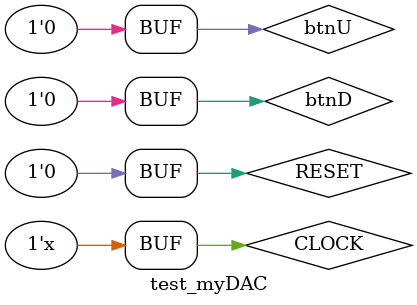
<source format=v>
`timescale 1ns / 1ps


module test_myDAC(

    );
    
    reg CLOCK;
    reg RESET;
    
    reg btnU;
    reg btnD;
    
    wire [3:0] JA;
    wire LED;
    
    myDAC dut(CLOCK, RESET, btnU, btnD, JA, LED);
    
    initial begin
      CLOCK = 0;
      RESET = 0;
      btnU = 0;
      btnD = 0;
    end
    
    always begin
      #5 CLOCK = ~CLOCK;
    end
        
endmodule

</source>
